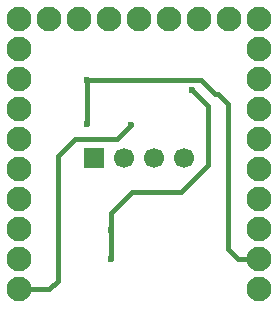
<source format=gbr>
G04 #@! TF.FileFunction,Copper,L1,Top,Signal*
%FSLAX46Y46*%
G04 Gerber Fmt 4.6, Leading zero omitted, Abs format (unit mm)*
G04 Created by KiCad (PCBNEW 4.0.5) date 04/10/19 11:09:30*
%MOMM*%
%LPD*%
G01*
G04 APERTURE LIST*
%ADD10C,0.100000*%
%ADD11C,2.100000*%
%ADD12R,1.700000X1.700000*%
%ADD13C,1.700000*%
%ADD14C,0.600000*%
%ADD15C,0.400000*%
G04 APERTURE END LIST*
D10*
D11*
X161571000Y-67845000D03*
X161571000Y-70385000D03*
X161571000Y-72925000D03*
X161571000Y-75465000D03*
X161571000Y-78005000D03*
X161571000Y-80545000D03*
X161571000Y-83085000D03*
X161571000Y-85625000D03*
X161571000Y-88165000D03*
X161571000Y-65305000D03*
X159031000Y-65305000D03*
X156491000Y-65305000D03*
X153951000Y-65305000D03*
X151411000Y-65305000D03*
X148871000Y-65305000D03*
X146331000Y-65305000D03*
X143791000Y-65305000D03*
X141251000Y-65305000D03*
X141251000Y-67845000D03*
X141251000Y-70385000D03*
X141251000Y-72925000D03*
X141251000Y-75465000D03*
X141251000Y-78005000D03*
X141251000Y-80545000D03*
X141251000Y-83085000D03*
X141251000Y-85625000D03*
X141251000Y-88165000D03*
D12*
X147599400Y-77089000D03*
D13*
X150139400Y-77089000D03*
X152679400Y-77089000D03*
X155219400Y-77089000D03*
D14*
X147011000Y-74175000D03*
X147011000Y-70475000D03*
X150711000Y-74275000D03*
X155861000Y-71275000D03*
X149061000Y-83125000D03*
X149061000Y-85625000D03*
D15*
X147011000Y-70475000D02*
X156661000Y-70475000D01*
X159761000Y-85625000D02*
X161571000Y-85625000D01*
X158911000Y-84775000D02*
X159761000Y-85625000D01*
X158911000Y-72525000D02*
X158911000Y-84775000D01*
X158061000Y-71675000D02*
X158911000Y-72525000D01*
X157861000Y-71675000D02*
X158061000Y-71675000D01*
X156661000Y-70475000D02*
X157861000Y-71675000D01*
X147011000Y-70475000D02*
X147011000Y-74175000D01*
X144511000Y-87475000D02*
X143821000Y-88165000D01*
X150711000Y-74275000D02*
X149561000Y-75425000D01*
X149561000Y-75425000D02*
X145961000Y-75425000D01*
X145961000Y-75425000D02*
X144511000Y-76875000D01*
X144511000Y-76875000D02*
X144511000Y-86425000D01*
X144511000Y-86425000D02*
X144511000Y-87475000D01*
X143821000Y-88165000D02*
X141251000Y-88165000D01*
X149061000Y-81675000D02*
X149061000Y-83125000D01*
X150811000Y-79925000D02*
X149061000Y-81675000D01*
X154961000Y-79925000D02*
X150811000Y-79925000D01*
X157211000Y-77675000D02*
X154961000Y-79925000D01*
X157211000Y-72625000D02*
X157211000Y-77675000D01*
X155861000Y-71275000D02*
X157211000Y-72625000D01*
X149061000Y-85625000D02*
X149061000Y-83125000D01*
M02*

</source>
